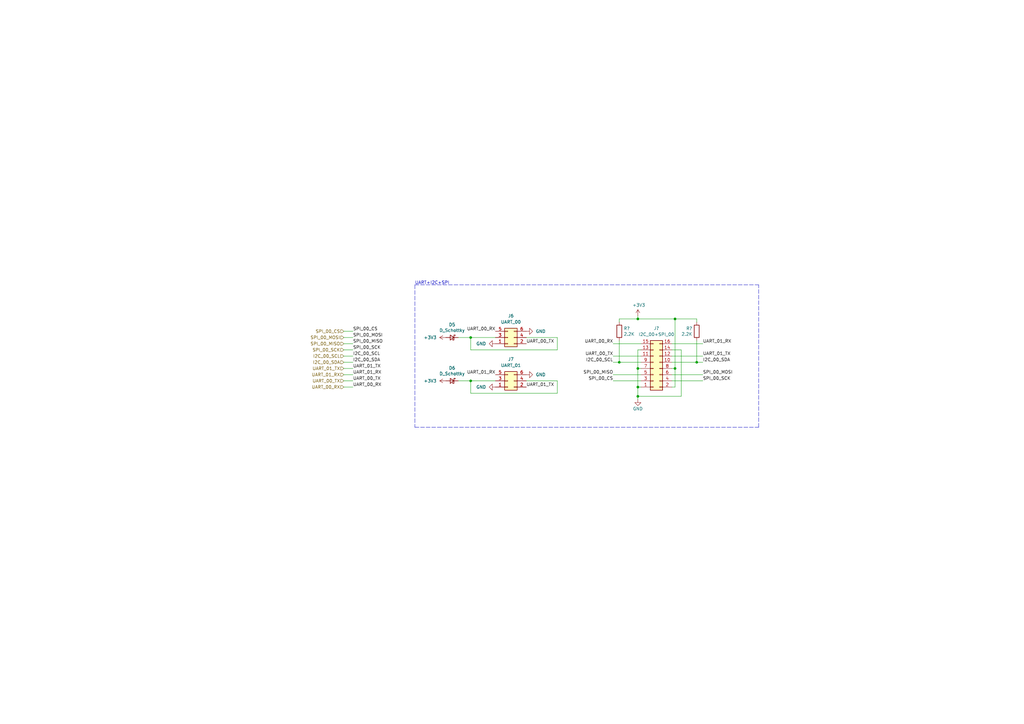
<source format=kicad_sch>
(kicad_sch (version 20231120) (generator "eeschema") (generator_version "8.0")
  (paper "A3")
  (title_block (title "KLST_TINY") (date "2021-05-01") (rev "0.2"))
  (lib_symbols
    (symbol "Connector_Generic:Conn_02x03_Odd_Even" (pin_names (offset 1.016) hide)
      (property "Reference" "J" (at 1.27 5.08 0))
      (property "Value" "Conn_02x03_Odd_Even" (at 1.27 -5.08 0))
      (symbol "Conn_02x03_Odd_Even_1_1"
        (rectangle (start -1.27 -2.413) (end 0 -2.667) (stroke (width 0.1524)))
        (rectangle (start -1.27 0.127) (end 0 -0.127) (stroke (width 0.1524)))
        (rectangle (start -1.27 2.667) (end 0 2.413) (stroke (width 0.1524)))
        (rectangle (start -1.27 3.81) (end 3.81 -3.81) (stroke (width 0.254)) (fill (type background)))
        (rectangle (start 3.81 -2.413) (end 2.54 -2.667) (stroke (width 0.1524)))
        (rectangle (start 3.81 0.127) (end 2.54 -0.127) (stroke (width 0.1524)))
        (rectangle (start 3.81 2.667) (end 2.54 2.413) (stroke (width 0.1524)))
        (pin passive line (at -5.08 2.54 0) (length 3.81) (name "Pin_1") (number "1"))
        (pin passive line (at 7.62 2.54 180) (length 3.81) (name "Pin_2") (number "2"))
        (pin passive line (at -5.08 0 0) (length 3.81) (name "Pin_3") (number "3"))
        (pin passive line (at 7.62 0 180) (length 3.81) (name "Pin_4") (number "4"))
        (pin passive line (at -5.08 -2.54 0) (length 3.81) (name "Pin_5") (number "5"))
        (pin passive line (at 7.62 -2.54 180) (length 3.81) (name "Pin_6") (number "6"))
      )
    )
    (symbol "Connector_Generic:Conn_02x08_Odd_Even" (pin_names (offset 1.016) hide)
      (property "Reference" "J" (at 1.27 10.16 0))
      (property "Value" "Conn_02x08_Odd_Even" (at 1.27 -12.7 0))
      (symbol "Conn_02x08_Odd_Even_1_1"
        (rectangle (start -1.27 -10.033) (end 0 -10.287) (stroke (width 0.1524)))
        (rectangle (start -1.27 -7.493) (end 0 -7.747) (stroke (width 0.1524)))
        (rectangle (start -1.27 -4.953) (end 0 -5.207) (stroke (width 0.1524)))
        (rectangle (start -1.27 -2.413) (end 0 -2.667) (stroke (width 0.1524)))
        (rectangle (start -1.27 0.127) (end 0 -0.127) (stroke (width 0.1524)))
        (rectangle (start -1.27 2.667) (end 0 2.413) (stroke (width 0.1524)))
        (rectangle (start -1.27 5.207) (end 0 4.953) (stroke (width 0.1524)))
        (rectangle (start -1.27 7.747) (end 0 7.493) (stroke (width 0.1524)))
        (rectangle (start -1.27 8.89) (end 3.81 -11.43) (stroke (width 0.254)) (fill (type background)))
        (rectangle (start 3.81 -10.033) (end 2.54 -10.287) (stroke (width 0.1524)))
        (rectangle (start 3.81 -7.493) (end 2.54 -7.747) (stroke (width 0.1524)))
        (rectangle (start 3.81 -4.953) (end 2.54 -5.207) (stroke (width 0.1524)))
        (rectangle (start 3.81 -2.413) (end 2.54 -2.667) (stroke (width 0.1524)))
        (rectangle (start 3.81 0.127) (end 2.54 -0.127) (stroke (width 0.1524)))
        (rectangle (start 3.81 2.667) (end 2.54 2.413) (stroke (width 0.1524)))
        (rectangle (start 3.81 5.207) (end 2.54 4.953) (stroke (width 0.1524)))
        (rectangle (start 3.81 7.747) (end 2.54 7.493) (stroke (width 0.1524)))
        (pin passive line (at -5.08 7.62 0) (length 3.81) (name "Pin_1") (number "1"))
        (pin passive line (at 7.62 -2.54 180) (length 3.81) (name "Pin_10") (number "10"))
        (pin passive line (at -5.08 -5.08 0) (length 3.81) (name "Pin_11") (number "11"))
        (pin passive line (at 7.62 -5.08 180) (length 3.81) (name "Pin_12") (number "12"))
        (pin passive line (at -5.08 -7.62 0) (length 3.81) (name "Pin_13") (number "13"))
        (pin passive line (at 7.62 -7.62 180) (length 3.81) (name "Pin_14") (number "14"))
        (pin passive line (at -5.08 -10.16 0) (length 3.81) (name "Pin_15") (number "15"))
        (pin passive line (at 7.62 -10.16 180) (length 3.81) (name "Pin_16") (number "16"))
        (pin passive line (at 7.62 7.62 180) (length 3.81) (name "Pin_2") (number "2"))
        (pin passive line (at -5.08 5.08 0) (length 3.81) (name "Pin_3") (number "3"))
        (pin passive line (at 7.62 5.08 180) (length 3.81) (name "Pin_4") (number "4"))
        (pin passive line (at -5.08 2.54 0) (length 3.81) (name "Pin_5") (number "5"))
        (pin passive line (at 7.62 2.54 180) (length 3.81) (name "Pin_6") (number "6"))
        (pin passive line (at -5.08 0 0) (length 3.81) (name "Pin_7") (number "7"))
        (pin passive line (at 7.62 0 180) (length 3.81) (name "Pin_8") (number "8"))
        (pin passive line (at -5.08 -2.54 0) (length 3.81) (name "Pin_9") (number "9"))
      )
    )
    (symbol "Device:D_Schottky_Small" (pin_numbers hide) (pin_names (offset 0.254) hide)
      (property "Reference" "D" (at -1.27 2.032 0))
      (property "Value" "D_Schottky_Small" (at -7.112 -2.032 0))
      (symbol "D_Schottky_Small_0_1"
        (polyline (pts (xy -0.762 0) (xy 0.762 0)))
        (polyline (pts (xy 0.762 -1.016) (xy -0.762 0) (xy 0.762 1.016) (xy 0.762 -1.016)) (stroke (width 0.254)))
        (polyline (pts (xy -1.27 0.762) (xy -1.27 1.016) (xy -0.762 1.016) (xy -0.762 -1.016) (xy -0.254 -1.016) (xy -0.254 -0.762)) (stroke (width 0.254)))
      )
      (symbol "D_Schottky_Small_1_1"
        (pin passive line (at -2.54 0 0) (length 1.778) (name "K") (number "1"))
        (pin passive line (at 2.54 0 180) (length 1.778) (name "A") (number "2"))
      )
    )
    (symbol "Device:R" (pin_numbers hide) (pin_names (offset 0))
      (property "Reference" "R" (at 2.032 0 90))
      (property "Value" "R" (at 0 0 90))
      (symbol "R_0_1"
        (rectangle (start -1.016 -2.54) (end 1.016 2.54) (stroke (width 0.254)))
      )
      (symbol "R_1_1"
        (pin passive line (at 0 3.81 270) (length 1.27) (name "~") (number "1"))
        (pin passive line (at 0 -3.81 90) (length 1.27) (name "~") (number "2"))
      )
    )
    (symbol "KLST_TINY-rescue:+3V3-power" (power) (pin_names (offset 0))
      (property "Value" "power_+3V3" (at 0 3.556 0))
      (symbol "+3V3-power_0_1"
        (polyline (pts (xy -0.762 1.27) (xy 0 2.54)))
        (polyline (pts (xy 0 0) (xy 0 2.54)))
        (polyline (pts (xy 0 2.54) (xy 0.762 1.27)))
      )
      (symbol "+3V3-power_1_1"
        (pin power_in line (at 0 0 90) (length 0) hide (name "+3V3") (number "1"))
      )
    )
    (symbol "KLST_TINY-rescue:GND-power" (power) (pin_names (offset 0))
      (property "Value" "power_GND" (at 0 -3.81 0))
      (symbol "GND-power_0_1"
        (polyline (pts (xy 0 0) (xy 0 -1.27) (xy 1.27 -1.27) (xy 0 -2.54) (xy -1.27 -1.27) (xy 0 -1.27)))
      )
      (symbol "GND-power_1_1"
        (pin power_in line (at 0 0 270) (length 0) hide (name "GND") (number "1"))
      )
    )
  )
  (junction (at 254 148.59))
  (junction (at 261.62 130.81))
  (junction (at 285.75 148.59))
  (junction (at 193.04 156.21))
  (junction (at 276.86 130.81))
  (junction (at 261.62 162.56))
  (junction (at 193.04 138.43))
  (junction (at 276.86 151.13))
  (junction (at 261.62 158.75))
  (junction (at 261.62 151.13))
  (wire (pts (xy 261.62 162.56) (xy 261.62 163.83)))
  (wire (pts (xy 285.75 132.08) (xy 285.75 130.81)))
  (wire (pts (xy 262.89 151.13) (xy 261.62 151.13)))
  (wire (pts (xy 193.04 161.29) (xy 228.6 161.29)))
  (wire (pts (xy 144.78 158.75) (xy 140.97 158.75)))
  (wire (pts (xy 193.04 143.51) (xy 228.6 143.51)))
  (wire (pts (xy 193.04 138.43) (xy 193.04 143.51)))
  (wire (pts (xy 140.97 153.67) (xy 144.78 153.67)))
  (wire (pts (xy 275.59 146.05) (xy 288.29 146.05)))
  (wire (pts (xy 251.46 148.59) (xy 254 148.59)))
  (polyline (pts (xy 170.18 175.26) (xy 311.15 175.26)) (stroke (width 0) (type dash)))
  (wire (pts (xy 285.75 148.59) (xy 288.29 148.59)))
  (wire (pts (xy 275.59 153.67) (xy 288.29 153.67)))
  (wire (pts (xy 261.62 143.51) (xy 261.62 151.13)))
  (wire (pts (xy 262.89 140.97) (xy 251.46 140.97)))
  (wire (pts (xy 275.59 143.51) (xy 279.4 143.51)))
  (wire (pts (xy 193.04 161.29) (xy 193.04 156.21)))
  (wire (pts (xy 279.4 162.56) (xy 261.62 162.56)))
  (wire (pts (xy 261.62 130.81) (xy 254 130.81)))
  (wire (pts (xy 228.6 138.43) (xy 215.9 138.43)))
  (wire (pts (xy 254 148.59) (xy 262.89 148.59)))
  (wire (pts (xy 276.86 158.75) (xy 276.86 151.13)))
  (polyline (pts (xy 170.18 116.84) (xy 311.15 116.84)) (stroke (width 0) (type dash)))
  (wire (pts (xy 262.89 146.05) (xy 251.46 146.05)))
  (wire (pts (xy 262.89 156.21) (xy 251.46 156.21)))
  (wire (pts (xy 254 130.81) (xy 254 132.08)))
  (polyline (pts (xy 170.18 116.84) (xy 170.18 175.26)) (stroke (width 0) (type dash)))
  (wire (pts (xy 228.6 156.21) (xy 215.9 156.21)))
  (wire (pts (xy 144.78 156.21) (xy 140.97 156.21)))
  (wire (pts (xy 275.59 140.97) (xy 288.29 140.97)))
  (wire (pts (xy 279.4 143.51) (xy 279.4 162.56)))
  (wire (pts (xy 193.04 156.21) (xy 203.2 156.21)))
  (wire (pts (xy 187.96 138.43) (xy 193.04 138.43)))
  (wire (pts (xy 193.04 138.43) (xy 203.2 138.43)))
  (wire (pts (xy 140.97 143.51) (xy 144.78 143.51)))
  (wire (pts (xy 261.62 158.75) (xy 261.62 162.56)))
  (wire (pts (xy 275.59 156.21) (xy 288.29 156.21)))
  (wire (pts (xy 285.75 130.81) (xy 276.86 130.81)))
  (wire (pts (xy 228.6 143.51) (xy 228.6 138.43)))
  (wire (pts (xy 144.78 146.05) (xy 140.97 146.05)))
  (polyline (pts (xy 311.15 175.26) (xy 311.15 116.84)) (stroke (width 0) (type dash)))
  (wire (pts (xy 140.97 135.89) (xy 144.78 135.89)))
  (wire (pts (xy 275.59 151.13) (xy 276.86 151.13)))
  (wire (pts (xy 285.75 139.7) (xy 285.75 148.59)))
  (wire (pts (xy 261.62 129.54) (xy 261.62 130.81)))
  (wire (pts (xy 275.59 158.75) (xy 276.86 158.75)))
  (wire (pts (xy 144.78 138.43) (xy 140.97 138.43)))
  (wire (pts (xy 254 139.7) (xy 254 148.59)))
  (wire (pts (xy 262.89 158.75) (xy 261.62 158.75)))
  (wire (pts (xy 228.6 161.29) (xy 228.6 156.21)))
  (wire (pts (xy 275.59 148.59) (xy 285.75 148.59)))
  (wire (pts (xy 262.89 143.51) (xy 261.62 143.51)))
  (wire (pts (xy 262.89 153.67) (xy 251.46 153.67)))
  (wire (pts (xy 144.78 151.13) (xy 140.97 151.13)))
  (wire (pts (xy 140.97 148.59) (xy 144.78 148.59)))
  (wire (pts (xy 276.86 130.81) (xy 276.86 151.13)))
  (wire (pts (xy 261.62 151.13) (xy 261.62 158.75)))
  (wire (pts (xy 276.86 130.81) (xy 261.62 130.81)))
  (wire (pts (xy 187.96 156.21) (xy 193.04 156.21)))
  (wire (pts (xy 144.78 140.97) (xy 140.97 140.97)))
  (text "UART+I2C+SPI" (at 170.18 116.84 0) (effects (font (size 1.27 1.27)) (justify left bottom)))
  (label "UART_01_TX" (at 215.9 158.75 0))
  (label "UART_00_RX" (at 251.46 140.97 180))
  (label "UART_00_TX" (at 144.78 156.21 0))
  (label "UART_01_RX" (at 144.78 153.67 0))
  (label "UART_01_RX" (at 203.2 153.67 180))
  (label "UART_00_RX" (at 144.78 158.75 0))
  (label "SPI_00_MISO" (at 144.78 140.97 0))
  (label "I2C_00_SDA" (at 144.78 148.59 0))
  (label "UART_01_TX" (at 288.29 146.05 0))
  (label "I2C_00_SCL" (at 251.46 148.59 180))
  (label "SPI_00_CS" (at 251.46 156.21 180))
  (label "I2C_00_SDA" (at 288.29 148.59 0))
  (label "SPI_00_MOSI" (at 288.29 153.67 0))
  (label "I2C_00_SCL" (at 144.78 146.05 0))
  (label "UART_01_RX" (at 288.29 140.97 0))
  (label "UART_00_TX" (at 215.9 140.97 0))
  (label "UART_01_TX" (at 144.78 151.13 0))
  (label "SPI_00_CS" (at 144.78 135.89 0))
  (label "UART_00_RX" (at 203.2 135.89 180))
  (label "SPI_00_MOSI" (at 144.78 138.43 0))
  (label "SPI_00_MISO" (at 251.46 153.67 180))
  (label "UART_00_TX" (at 251.46 146.05 180))
  (label "SPI_00_SCK" (at 144.78 143.51 0))
  (label "SPI_00_SCK" (at 288.29 156.21 0))
  (hierarchical_label "I2C_00_SCL" (shape input) (at 140.97 146.05 180))
  (hierarchical_label "I2C_00_SDA" (shape input) (at 140.97 148.59 180))
  (hierarchical_label "SPI_00_CS" (shape input) (at 140.97 135.89 180))
  (hierarchical_label "SPI_00_MISO" (shape input) (at 140.97 140.97 180))
  (hierarchical_label "UART_00_RX" (shape input) (at 140.97 158.75 180))
  (hierarchical_label "UART_01_RX" (shape input) (at 140.97 153.67 180))
  (hierarchical_label "UART_00_TX" (shape input) (at 140.97 156.21 180))
  (hierarchical_label "UART_01_TX" (shape input) (at 140.97 151.13 180))
  (hierarchical_label "SPI_00_SCK" (shape input) (at 140.97 143.51 180))
  (hierarchical_label "SPI_00_MOSI" (shape input) (at 140.97 138.43 180))
  (symbol (lib_id "KLST_TINY-rescue:+3V3-power") (at 182.88 138.43 90) (unit 1)
    (property "Reference" "#PWR?" (effects (hide yes)))
    (property "Value" "+3V3" (at 179.07 138.43 90) (effects (justify left)))
    (instances (project "" (path "" (reference "#PWR?") (unit 1)) (path "" (reference "#PWR010") (unit 1))))
  )
  (symbol (lib_id "KLST_TINY-rescue:GND-power") (at 261.62 163.83 0) (mirror y) (unit 1)
    (property "Reference" "#PWR?" (effects (hide yes)))
    (property "Value" "GND" (at 261.62 167.64 0))
    (instances (project "" (path "" (reference "#PWR?") (unit 1)) (path "" (reference "#PWR069") (unit 1))))
  )
  (symbol (lib_id "Device:D_Schottky_Small") (at 185.42 138.43 0) (mirror y) (unit 1)
    (property "Reference" "D5" (at 185.42 133.1722 0))
    (property "Value" "D_Schottky" (at 185.42 135.4836 0))
    (property "Footprint" "Diode_SMD:D_SOD-123" (effects (hide yes)))
    (property "Datasheet" "https://datasheet.lcsc.com/szlcsc/Changjiang-Electronics-Tech-CJ-B5819W_C8598.pdf" (effects (hide yes)))
    (property "MFR.Part #" "B5819W" (effects (hide yes)))
    (property "LCSC Part #" "C8598" (effects (hide yes)))
    (property "Extended Part" "-" (effects (hide yes)))
  )
  (symbol (lib_id "Connector_Generic:Conn_02x08_Odd_Even") (at 267.97 151.13 0) (mirror x) (unit 1)
    (property "Reference" "J?" (at 269.24 134.62 0))
    (property "Value" "I2C_00+SPI_00" (at 269.24 137.16 0))
    (property "Footprint" "Connector_PinHeader_2.54mm:PinHeader_2x08_P2.54mm_Vertical" (effects (hide yes)))
    (property "MFR.Part #" "DNF" (effects (hide yes)))
    (property "LCSC Part #" "DNF" (effects (hide yes)))
    (instances (project "" (path "" (reference "J?") (unit 1)) (path "" (reference "J9") (unit 1))))
  )
  (symbol (lib_id "Connector_Generic:Conn_02x03_Odd_Even") (at 208.28 156.21 0) (mirror x) (unit 1)
    (property "Reference" "J7" (at 209.55 147.32 0))
    (property "Value" "UART_01" (at 209.55 149.86 0))
    (property "Footprint" "Connector_IDC:IDC-Header_2x03_P2.54mm_Horizontal" (effects (hide yes)))
    (property "MFR.Part #" "300R-6P" (effects (hide yes)))
    (property "LCSC Part #" "C146629" (effects (hide yes)))
    (property "Extended Part" "-" (effects (hide yes)))
  )
  (symbol (lib_id "KLST_TINY-rescue:+3V3-power") (at 261.62 129.54 0) (unit 1)
    (property "Reference" "#PWR?" (effects (hide yes)))
    (property "Value" "+3V3" (at 262.001 125.1458 0))
    (instances (project "" (path "" (reference "#PWR?") (unit 1)) (path "" (reference "#PWR0102") (unit 1))))
  )
  (symbol (lib_id "Device:D_Schottky_Small") (at 185.42 156.21 0) (mirror y) (unit 1)
    (property "Reference" "D6" (at 185.42 150.9522 0))
    (property "Value" "D_Schottky" (at 185.42 153.2636 0))
    (property "Footprint" "Diode_SMD:D_SOD-123" (effects (hide yes)))
    (property "Datasheet" "https://datasheet.lcsc.com/szlcsc/Changjiang-Electronics-Tech-CJ-B5819W_C8598.pdf" (effects (hide yes)))
    (property "MFR.Part #" "B5819W" (effects (hide yes)))
    (property "LCSC Part #" "C8598" (effects (hide yes)))
    (property "Extended Part" "-" (effects (hide yes)))
  )
  (symbol (lib_id "Device:R") (at 285.75 135.89 0) (unit 1)
    (property "Reference" "R?" (at 283.972 134.7216 0) (effects (justify right)))
    (property "Value" "2.2K" (at 283.972 137.033 0) (effects (justify right)))
    (property "Footprint" "Resistor_SMD:R_0402_1005Metric" (effects (hide yes)))
    (property "MFR.Part #" "0402WGF2201TCE" (effects (hide yes)))
    (property "LCSC Part #" "C25879" (effects (hide yes)))
    (property "Extended Part" "-" (effects (hide yes)))
    (instances (project "" (path "" (reference "R?") (unit 1)) (path "" (reference "R43") (unit 1))))
  )
  (symbol (lib_id "Device:R") (at 254 135.89 0) (mirror y) (unit 1)
    (property "Reference" "R?" (at 255.778 134.7216 0) (effects (justify right)))
    (property "Value" "2.2K" (at 255.778 137.033 0) (effects (justify right)))
    (property "Footprint" "Resistor_SMD:R_0402_1005Metric" (effects (hide yes)))
    (property "MFR.Part #" "0402WGF2201TCE" (effects (hide yes)))
    (property "LCSC Part #" "C25879" (effects (hide yes)))
    (property "Extended Part" "-" (effects (hide yes)))
    (instances (project "" (path "" (reference "R?") (unit 1)) (path "" (reference "R44") (unit 1))))
  )
  (symbol (lib_id "Connector_Generic:Conn_02x03_Odd_Even") (at 208.28 138.43 0) (mirror x) (unit 1)
    (property "Reference" "J6" (at 209.55 129.54 0))
    (property "Value" "UART_00" (at 209.55 132.08 0))
    (property "Footprint" "Connector_IDC:IDC-Header_2x03_P2.54mm_Horizontal" (effects (hide yes)))
    (property "MFR.Part #" "300R-6P" (effects (hide yes)))
    (property "LCSC Part #" "C146629" (effects (hide yes)))
    (property "Extended Part" "-" (effects (hide yes)))
  )
  (symbol (lib_id "KLST_TINY-rescue:GND-power") (at 203.2 140.97 270) (unit 1)
    (property "Reference" "#PWR?" (effects (hide yes)))
    (property "Value" "GND" (at 199.39 140.97 90) (effects (justify right)))
    (instances (project "" (path "" (reference "#PWR?") (unit 1)) (path "" (reference "#PWR0103") (unit 1))))
  )
  (symbol (lib_id "KLST_TINY-rescue:GND-power") (at 215.9 135.89 90) (unit 1)
    (property "Reference" "#PWR?" (effects (hide yes)))
    (property "Value" "GND" (at 219.71 135.89 90) (effects (justify right)))
    (instances (project "" (path "" (reference "#PWR?") (unit 1)) (path "" (reference "#PWR0104") (unit 1))))
  )
  (symbol (lib_id "KLST_TINY-rescue:+3V3-power") (at 182.88 156.21 90) (mirror x) (unit 1)
    (property "Reference" "#PWR?" (effects (hide yes)))
    (property "Value" "+3V3" (at 179.07 156.21 90) (effects (justify left)))
    (instances (project "" (path "" (reference "#PWR?") (unit 1)) (path "" (reference "#PWR077") (unit 1))))
  )
  (symbol (lib_id "KLST_TINY-rescue:GND-power") (at 203.2 158.75 270) (unit 1)
    (property "Reference" "#PWR?" (effects (hide yes)))
    (property "Value" "GND" (at 199.39 158.75 90) (effects (justify right)))
    (instances (project "" (path "" (reference "#PWR?") (unit 1)) (path "" (reference "#PWR076") (unit 1))))
  )
  (symbol (lib_id "KLST_TINY-rescue:GND-power") (at 215.9 153.67 90) (unit 1)
    (property "Reference" "#PWR?" (effects (hide yes)))
    (property "Value" "GND" (at 219.71 153.67 90) (effects (justify right)))
    (instances (project "" (path "" (reference "#PWR?") (unit 1)) (path "" (reference "#PWR078") (unit 1))))
  )
)
</source>
